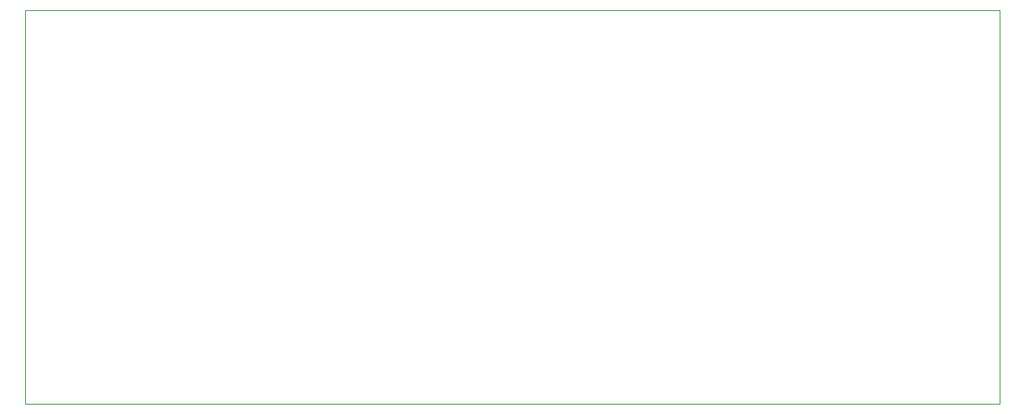
<source format=gm1>
%TF.GenerationSoftware,KiCad,Pcbnew,7.0.1*%
%TF.CreationDate,2023-11-21T14:19:22-06:00*%
%TF.ProjectId,Pico Hub V1,5069636f-2048-4756-9220-56312e6b6963,rev?*%
%TF.SameCoordinates,Original*%
%TF.FileFunction,Profile,NP*%
%FSLAX46Y46*%
G04 Gerber Fmt 4.6, Leading zero omitted, Abs format (unit mm)*
G04 Created by KiCad (PCBNEW 7.0.1) date 2023-11-21 14:19:22*
%MOMM*%
%LPD*%
G01*
G04 APERTURE LIST*
%TA.AperFunction,Profile*%
%ADD10C,0.100000*%
%TD*%
G04 APERTURE END LIST*
D10*
X132000000Y-73500000D02*
X27000000Y-73500000D01*
X132000000Y-116000000D02*
X132000000Y-73500000D01*
X27000000Y-116000000D02*
X132000000Y-116000000D01*
X27000000Y-116000000D02*
X27000000Y-73500000D01*
M02*

</source>
